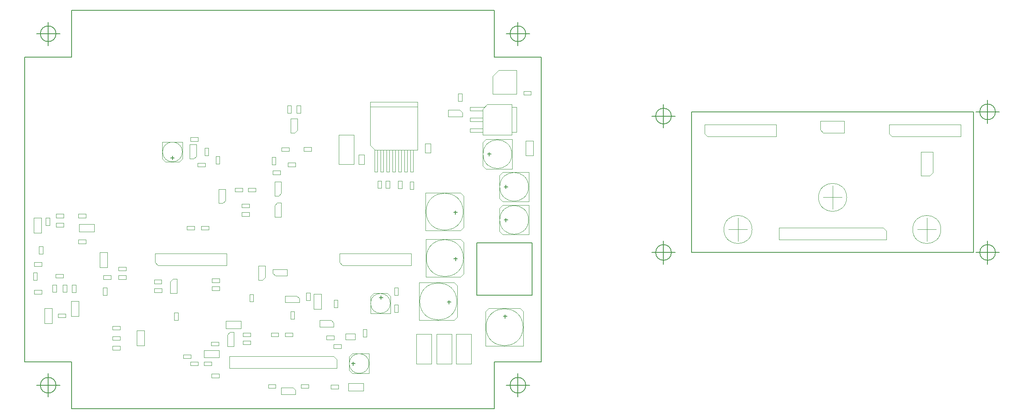
<source format=gbr>
G04 #@! TF.GenerationSoftware,KiCad,Pcbnew,(5.1.4)-1*
G04 #@! TF.CreationDate,2019-12-04T23:12:45+01:00*
G04 #@! TF.ProjectId,instru_bab_v2,696e7374-7275-45f6-9261-625f76322e6b,rev?*
G04 #@! TF.SameCoordinates,Original*
G04 #@! TF.FileFunction,Other,Fab,Top*
%FSLAX46Y46*%
G04 Gerber Fmt 4.6, Leading zero omitted, Abs format (unit mm)*
G04 Created by KiCad (PCBNEW (5.1.4)-1) date 2019-12-04 23:12:45*
%MOMM*%
%LPD*%
G04 APERTURE LIST*
%ADD10C,0.200000*%
%ADD11C,0.150000*%
%ADD12C,0.100000*%
G04 APERTURE END LIST*
D10*
X239666666Y-50000000D02*
G75*
G03X239666666Y-50000000I-1666666J0D01*
G01*
X235500000Y-50000000D02*
X240500000Y-50000000D01*
X238000000Y-47500000D02*
X238000000Y-52500000D01*
X170666666Y-50900000D02*
G75*
G03X170666666Y-50900000I-1666666J0D01*
G01*
X166500000Y-50900000D02*
X171500000Y-50900000D01*
X169000000Y-48400000D02*
X169000000Y-53400000D01*
X170666666Y-80000000D02*
G75*
G03X170666666Y-80000000I-1666666J0D01*
G01*
X166500000Y-80000000D02*
X171500000Y-80000000D01*
X169000000Y-77500000D02*
X169000000Y-82500000D01*
X239666666Y-80000000D02*
G75*
G03X239666666Y-80000000I-1666666J0D01*
G01*
X235500000Y-80000000D02*
X240500000Y-80000000D01*
X238000000Y-77500000D02*
X238000000Y-82500000D01*
X139667825Y-108334814D02*
G75*
G03X139667825Y-108334814I-1666666J0D01*
G01*
X135501159Y-108334814D02*
X140501159Y-108334814D01*
X138001159Y-105834814D02*
X138001159Y-110834814D01*
X139667825Y-33334814D02*
G75*
G03X139667825Y-33334814I-1666666J0D01*
G01*
X135501159Y-33334814D02*
X140501159Y-33334814D01*
X138001159Y-30834814D02*
X138001159Y-35834814D01*
X39667825Y-108334814D02*
G75*
G03X39667825Y-108334814I-1666666J0D01*
G01*
X35501159Y-108334814D02*
X40501159Y-108334814D01*
X38001159Y-105834814D02*
X38001159Y-110834814D01*
X39667825Y-33334814D02*
G75*
G03X39667825Y-33334814I-1666666J0D01*
G01*
X35501159Y-33334814D02*
X40501159Y-33334814D01*
X38001159Y-30834814D02*
X38001159Y-35834814D01*
X235000000Y-50000000D02*
X175000000Y-50000000D01*
X235000000Y-80000000D02*
X235000000Y-50000000D01*
X175000000Y-80000000D02*
X235000000Y-80000000D01*
X175000000Y-50000000D02*
X175000000Y-80000000D01*
D11*
X43001159Y-103334814D02*
X33001159Y-103334814D01*
X43001159Y-113334814D02*
X43001159Y-103334814D01*
X133001159Y-113334814D02*
X43001159Y-113334814D01*
X133001159Y-103334814D02*
X133001159Y-113334814D01*
X143001159Y-103334814D02*
X133001159Y-103334814D01*
X143001159Y-38334814D02*
X143001159Y-103334814D01*
X133001159Y-38334814D02*
X143001159Y-38334814D01*
X133001159Y-28334814D02*
X133001159Y-38334814D01*
X43001159Y-28334814D02*
X133001159Y-28334814D01*
X43001159Y-38334814D02*
X43001159Y-28334814D01*
X33001159Y-38334814D02*
X43001159Y-38334814D01*
X33001159Y-103334814D02*
X33001159Y-38334814D01*
D12*
X69150000Y-75150000D02*
X67550000Y-75150000D01*
X67550000Y-75150000D02*
X67550000Y-74350000D01*
X67550000Y-74350000D02*
X69150000Y-74350000D01*
X69150000Y-74350000D02*
X69150000Y-75150000D01*
X72200000Y-74350000D02*
X72200000Y-75150000D01*
X70600000Y-74350000D02*
X72200000Y-74350000D01*
X70600000Y-75150000D02*
X70600000Y-74350000D01*
X72200000Y-75150000D02*
X70600000Y-75150000D01*
D11*
X129250000Y-89090000D02*
X141050000Y-89090000D01*
X141050000Y-89090000D02*
X141050000Y-77910000D01*
X141050000Y-77910000D02*
X129250000Y-77910000D01*
X129250000Y-77910000D02*
X129250000Y-89090000D01*
D12*
X91050000Y-53900000D02*
X91050000Y-51450000D01*
X90500000Y-54470000D02*
X89650000Y-54470000D01*
X91050000Y-53900000D02*
X90500000Y-54470000D01*
X89650000Y-54470000D02*
X89650000Y-51430000D01*
X91050000Y-51430000D02*
X89650000Y-51430000D01*
X141300000Y-59350000D02*
X139700000Y-59350000D01*
X141300000Y-56150000D02*
X141300000Y-59350000D01*
X139700000Y-56150000D02*
X141300000Y-56150000D01*
X139700000Y-59350000D02*
X139700000Y-56150000D01*
X136700000Y-48950000D02*
X137700000Y-48950000D01*
X137700000Y-48950000D02*
X137700000Y-54350000D01*
X137700000Y-54350000D02*
X136700000Y-54350000D01*
X136700000Y-48400000D02*
X136700000Y-54900000D01*
X136700000Y-54900000D02*
X130480000Y-54900000D01*
X130480000Y-54900000D02*
X130480000Y-49400000D01*
X130480000Y-49400000D02*
X131480000Y-48400000D01*
X131480000Y-48400000D02*
X136700000Y-48400000D01*
X130885000Y-48995000D02*
X127780000Y-48995000D01*
X127780000Y-48995000D02*
X127780000Y-49745000D01*
X127780000Y-49745000D02*
X130480000Y-49745000D01*
X130480000Y-51275000D02*
X127780000Y-51275000D01*
X127780000Y-51275000D02*
X127780000Y-52025000D01*
X127780000Y-52025000D02*
X130480000Y-52025000D01*
X130480000Y-53555000D02*
X127780000Y-53555000D01*
X127780000Y-53555000D02*
X127780000Y-54305000D01*
X127780000Y-54305000D02*
X130480000Y-54305000D01*
X90934066Y-89264146D02*
X88484066Y-89264146D01*
X91504066Y-89814146D02*
X91504066Y-90664146D01*
X90934066Y-89264146D02*
X91504066Y-89814146D01*
X91504066Y-90664146D02*
X88464066Y-90664146D01*
X88464066Y-89264146D02*
X88464066Y-90664146D01*
X86400000Y-85000000D02*
X88850000Y-85000000D01*
X85830000Y-84450000D02*
X85830000Y-83600000D01*
X86400000Y-85000000D02*
X85830000Y-84450000D01*
X85830000Y-83600000D02*
X88870000Y-83600000D01*
X88870000Y-85000000D02*
X88870000Y-83600000D01*
X84200000Y-85300000D02*
X84200000Y-82850000D01*
X83650000Y-85870000D02*
X82800000Y-85870000D01*
X84200000Y-85300000D02*
X83650000Y-85870000D01*
X82800000Y-85870000D02*
X82800000Y-82830000D01*
X84200000Y-82830000D02*
X82800000Y-82830000D01*
X99414066Y-102829146D02*
X99414066Y-104734146D01*
X99414066Y-104734146D02*
X76554066Y-104734146D01*
X76554066Y-104734146D02*
X76554066Y-102194146D01*
X76554066Y-102194146D02*
X98779066Y-102194146D01*
X98779066Y-102194146D02*
X99414066Y-102829146D01*
X216430000Y-75365000D02*
X216430000Y-77270000D01*
X216430000Y-77270000D02*
X193570000Y-77270000D01*
X193570000Y-77270000D02*
X193570000Y-74730000D01*
X193570000Y-74730000D02*
X215795000Y-74730000D01*
X215795000Y-74730000D02*
X216430000Y-75365000D01*
X125600000Y-49600000D02*
X123150000Y-49600000D01*
X126170000Y-50150000D02*
X126170000Y-51000000D01*
X125600000Y-49600000D02*
X126170000Y-50150000D01*
X126170000Y-51000000D02*
X123130000Y-51000000D01*
X123130000Y-49600000D02*
X123130000Y-51000000D01*
X109900000Y-64700000D02*
X110700000Y-64700000D01*
X109900000Y-66300000D02*
X109900000Y-64700000D01*
X110700000Y-66300000D02*
X109900000Y-66300000D01*
X110700000Y-64700000D02*
X110700000Y-66300000D01*
X108150000Y-64700000D02*
X108950000Y-64700000D01*
X108150000Y-66300000D02*
X108150000Y-64700000D01*
X108950000Y-66300000D02*
X108150000Y-66300000D01*
X108950000Y-64700000D02*
X108950000Y-66300000D01*
X126100000Y-47750000D02*
X125300000Y-47750000D01*
X126100000Y-46150000D02*
X126100000Y-47750000D01*
X125300000Y-46150000D02*
X126100000Y-46150000D01*
X125300000Y-47750000D02*
X125300000Y-46150000D01*
X88434066Y-97964146D02*
X88434066Y-97164146D01*
X90034066Y-97964146D02*
X88434066Y-97964146D01*
X90034066Y-97164146D02*
X90034066Y-97964146D01*
X88434066Y-97164146D02*
X90034066Y-97164146D01*
X90400000Y-94200000D02*
X89600000Y-94200000D01*
X90400000Y-92600000D02*
X90400000Y-94200000D01*
X89600000Y-92600000D02*
X90400000Y-92600000D01*
X89600000Y-94200000D02*
X89600000Y-92600000D01*
X93750000Y-90250000D02*
X92950000Y-90250000D01*
X93750000Y-88650000D02*
X93750000Y-90250000D01*
X92950000Y-88650000D02*
X93750000Y-88650000D01*
X92950000Y-90250000D02*
X92950000Y-88650000D01*
X72750000Y-106700000D02*
X72750000Y-105900000D01*
X74350000Y-106700000D02*
X72750000Y-106700000D01*
X74350000Y-105900000D02*
X74350000Y-106700000D01*
X72750000Y-105900000D02*
X74350000Y-105900000D01*
X81050000Y-98850000D02*
X81050000Y-99650000D01*
X79450000Y-98850000D02*
X81050000Y-98850000D01*
X79450000Y-99650000D02*
X79450000Y-98850000D01*
X81050000Y-99650000D02*
X79450000Y-99650000D01*
X187850000Y-75100000D02*
G75*
G03X187850000Y-75100000I-3000000J0D01*
G01*
X186850000Y-75100000D02*
X182850000Y-75100000D01*
X184850000Y-77600000D02*
X184850000Y-72600000D01*
X126395884Y-81200000D02*
G75*
G03X126395884Y-81200000I-3945884J0D01*
G01*
X118410000Y-77160000D02*
X118410000Y-85240000D01*
X125820000Y-77160000D02*
X118410000Y-77160000D01*
X126490000Y-77830000D02*
X125820000Y-77160000D01*
X126490000Y-84570000D02*
X126490000Y-77830000D01*
X125820000Y-85240000D02*
X126490000Y-84570000D01*
X118410000Y-85240000D02*
X125820000Y-85240000D01*
X124995884Y-90450000D02*
G75*
G03X124995884Y-90450000I-3945884J0D01*
G01*
X117010000Y-86410000D02*
X117010000Y-94490000D01*
X124420000Y-86410000D02*
X117010000Y-86410000D01*
X125090000Y-87080000D02*
X124420000Y-86410000D01*
X125090000Y-93820000D02*
X125090000Y-87080000D01*
X124420000Y-94490000D02*
X125090000Y-93820000D01*
X117010000Y-94490000D02*
X124420000Y-94490000D01*
X139095884Y-95950000D02*
G75*
G03X139095884Y-95950000I-3945884J0D01*
G01*
X131110000Y-99990000D02*
X139190000Y-99990000D01*
X131110000Y-92580000D02*
X131110000Y-99990000D01*
X131780000Y-91910000D02*
X131110000Y-92580000D01*
X138520000Y-91910000D02*
X131780000Y-91910000D01*
X139190000Y-92580000D02*
X138520000Y-91910000D01*
X139190000Y-99990000D02*
X139190000Y-92580000D01*
X105320000Y-61150000D02*
X104080000Y-61150000D01*
X105320000Y-59150000D02*
X105320000Y-61150000D01*
X104080000Y-59150000D02*
X105320000Y-59150000D01*
X104080000Y-61150000D02*
X104080000Y-59150000D01*
X140259412Y-66000000D02*
G75*
G03X140259412Y-66000000I-3059412J0D01*
G01*
X140350000Y-69150000D02*
X140350000Y-62850000D01*
X134720000Y-69150000D02*
X140350000Y-69150000D01*
X134050000Y-68480000D02*
X134720000Y-69150000D01*
X134050000Y-63520000D02*
X134050000Y-68480000D01*
X134720000Y-62850000D02*
X134050000Y-63520000D01*
X140350000Y-62850000D02*
X134720000Y-62850000D01*
X136699581Y-59028119D02*
G75*
G03X136699581Y-59028119I-3059412J0D01*
G01*
X136790169Y-62178119D02*
X136790169Y-55878119D01*
X131160169Y-62178119D02*
X136790169Y-62178119D01*
X130490169Y-61508119D02*
X131160169Y-62178119D01*
X130490169Y-56548119D02*
X130490169Y-61508119D01*
X131160169Y-55878119D02*
X130490169Y-56548119D01*
X136790169Y-55878119D02*
X131160169Y-55878119D01*
X139200000Y-45600000D02*
X140800000Y-45600000D01*
X140800000Y-45600000D02*
X140800000Y-46400000D01*
X140800000Y-46400000D02*
X139200000Y-46400000D01*
X139200000Y-46400000D02*
X139200000Y-45600000D01*
X126345884Y-71300000D02*
G75*
G03X126345884Y-71300000I-3945884J0D01*
G01*
X118360000Y-67260000D02*
X118360000Y-75340000D01*
X125770000Y-67260000D02*
X118360000Y-67260000D01*
X126440000Y-67930000D02*
X125770000Y-67260000D01*
X126440000Y-74670000D02*
X126440000Y-67930000D01*
X125770000Y-75340000D02*
X126440000Y-74670000D01*
X118360000Y-75340000D02*
X125770000Y-75340000D01*
X140259412Y-73050000D02*
G75*
G03X140259412Y-73050000I-3059412J0D01*
G01*
X140350000Y-76200000D02*
X140350000Y-69900000D01*
X134720000Y-76200000D02*
X140350000Y-76200000D01*
X134050000Y-75530000D02*
X134720000Y-76200000D01*
X134050000Y-70570000D02*
X134050000Y-75530000D01*
X134720000Y-69900000D02*
X134050000Y-70570000D01*
X140350000Y-69900000D02*
X134720000Y-69900000D01*
X133900000Y-41080000D02*
X137710000Y-41080000D01*
X137710000Y-41080000D02*
X137710000Y-46160000D01*
X137710000Y-46160000D02*
X132630000Y-46160000D01*
X132630000Y-46160000D02*
X132630000Y-42350000D01*
X132630000Y-42350000D02*
X133900000Y-41080000D01*
X106600000Y-48875000D02*
X106600000Y-47875000D01*
X106600000Y-47875000D02*
X116600000Y-47875000D01*
X116600000Y-47875000D02*
X116600000Y-48875000D01*
X106600000Y-48875000D02*
X116600000Y-48875000D01*
X116600000Y-48875000D02*
X116600000Y-58125000D01*
X116600000Y-58125000D02*
X107600000Y-58125000D01*
X107600000Y-58125000D02*
X106600000Y-57125000D01*
X106600000Y-57125000D02*
X106600000Y-48875000D01*
X107490000Y-58015000D02*
X107490000Y-62825000D01*
X107490000Y-62825000D02*
X108090000Y-62825000D01*
X108090000Y-62825000D02*
X108090000Y-58125000D01*
X108760000Y-58125000D02*
X108760000Y-62825000D01*
X108760000Y-62825000D02*
X109360000Y-62825000D01*
X109360000Y-62825000D02*
X109360000Y-58125000D01*
X110030000Y-58125000D02*
X110030000Y-62825000D01*
X110030000Y-62825000D02*
X110630000Y-62825000D01*
X110630000Y-62825000D02*
X110630000Y-58125000D01*
X111300000Y-58125000D02*
X111300000Y-62825000D01*
X111300000Y-62825000D02*
X111900000Y-62825000D01*
X111900000Y-62825000D02*
X111900000Y-58125000D01*
X112570000Y-58125000D02*
X112570000Y-62825000D01*
X112570000Y-62825000D02*
X113170000Y-62825000D01*
X113170000Y-62825000D02*
X113170000Y-58125000D01*
X113840000Y-58125000D02*
X113840000Y-62825000D01*
X113840000Y-62825000D02*
X114440000Y-62825000D01*
X114440000Y-62825000D02*
X114440000Y-58125000D01*
X115110000Y-58125000D02*
X115110000Y-62825000D01*
X115110000Y-62825000D02*
X115710000Y-62825000D01*
X115710000Y-62825000D02*
X115710000Y-58125000D01*
X100014066Y-82099146D02*
X100014066Y-80194146D01*
X100014066Y-80194146D02*
X115254066Y-80194146D01*
X115254066Y-80194146D02*
X115254066Y-82734146D01*
X115254066Y-82734146D02*
X100649066Y-82734146D01*
X100649066Y-82734146D02*
X100014066Y-82099146D01*
X60714066Y-82099146D02*
X60714066Y-80194146D01*
X60714066Y-80194146D02*
X75954066Y-80194146D01*
X75954066Y-80194146D02*
X75954066Y-82734146D01*
X75954066Y-82734146D02*
X61349066Y-82734146D01*
X61349066Y-82734146D02*
X60714066Y-82099146D01*
X228050000Y-75100000D02*
G75*
G03X228050000Y-75100000I-3000000J0D01*
G01*
X227050000Y-75100000D02*
X223050000Y-75100000D01*
X225050000Y-77600000D02*
X225050000Y-72600000D01*
X208000000Y-68250000D02*
G75*
G03X208000000Y-68250000I-3000000J0D01*
G01*
X207000000Y-68250000D02*
X203000000Y-68250000D01*
X205000000Y-70750000D02*
X205000000Y-65750000D01*
X177730000Y-54635000D02*
X177730000Y-52730000D01*
X177730000Y-52730000D02*
X192970000Y-52730000D01*
X192970000Y-52730000D02*
X192970000Y-55270000D01*
X192970000Y-55270000D02*
X178365000Y-55270000D01*
X178365000Y-55270000D02*
X177730000Y-54635000D01*
X217030000Y-54635000D02*
X217030000Y-52730000D01*
X217030000Y-52730000D02*
X232270000Y-52730000D01*
X232270000Y-52730000D02*
X232270000Y-55270000D01*
X232270000Y-55270000D02*
X217665000Y-55270000D01*
X217665000Y-55270000D02*
X217030000Y-54635000D01*
X225685000Y-63610000D02*
X223780000Y-63610000D01*
X223780000Y-63610000D02*
X223780000Y-58530000D01*
X223780000Y-58530000D02*
X226320000Y-58530000D01*
X226320000Y-58530000D02*
X226320000Y-62975000D01*
X226320000Y-62975000D02*
X225685000Y-63610000D01*
X64834066Y-94464146D02*
X64834066Y-92864146D01*
X64834066Y-92864146D02*
X65634066Y-92864146D01*
X65634066Y-92864146D02*
X65634066Y-94464146D01*
X65634066Y-94464146D02*
X64834066Y-94464146D01*
X90900000Y-48650000D02*
X91700000Y-48650000D01*
X90900000Y-50250000D02*
X90900000Y-48650000D01*
X91700000Y-50250000D02*
X90900000Y-50250000D01*
X91700000Y-48650000D02*
X91700000Y-50250000D01*
X88950000Y-48650000D02*
X89750000Y-48650000D01*
X88950000Y-50250000D02*
X88950000Y-48650000D01*
X89750000Y-50250000D02*
X88950000Y-50250000D01*
X89750000Y-48650000D02*
X89750000Y-50250000D01*
X39690544Y-73731913D02*
X41290544Y-73731913D01*
X41290544Y-73731913D02*
X41290544Y-74531913D01*
X41290544Y-74531913D02*
X39690544Y-74531913D01*
X39690544Y-74531913D02*
X39690544Y-73731913D01*
X73700000Y-61100000D02*
X73700000Y-59500000D01*
X73700000Y-59500000D02*
X74500000Y-59500000D01*
X74500000Y-59500000D02*
X74500000Y-61100000D01*
X74500000Y-61100000D02*
X73700000Y-61100000D01*
X89250000Y-57600000D02*
X89250000Y-58400000D01*
X87650000Y-57600000D02*
X89250000Y-57600000D01*
X87650000Y-58400000D02*
X87650000Y-57600000D01*
X89250000Y-58400000D02*
X87650000Y-58400000D01*
X90600000Y-60850000D02*
X90600000Y-61650000D01*
X89000000Y-60850000D02*
X90600000Y-60850000D01*
X89000000Y-61650000D02*
X89000000Y-60850000D01*
X90600000Y-61650000D02*
X89000000Y-61650000D01*
X94050000Y-57550000D02*
X94050000Y-58350000D01*
X92450000Y-57550000D02*
X94050000Y-57550000D01*
X92450000Y-58350000D02*
X92450000Y-57550000D01*
X94050000Y-58350000D02*
X92450000Y-58350000D01*
X112500000Y-64750000D02*
X113300000Y-64750000D01*
X112500000Y-66350000D02*
X112500000Y-64750000D01*
X113300000Y-66350000D02*
X112500000Y-66350000D01*
X113300000Y-64750000D02*
X113300000Y-66350000D01*
X85850000Y-63350000D02*
X85850000Y-62550000D01*
X87450000Y-63350000D02*
X85850000Y-63350000D01*
X87450000Y-62550000D02*
X87450000Y-63350000D01*
X85850000Y-62550000D02*
X87450000Y-62550000D01*
X79250000Y-72250000D02*
X79250000Y-71450000D01*
X80850000Y-72250000D02*
X79250000Y-72250000D01*
X80850000Y-71450000D02*
X80850000Y-72250000D01*
X79250000Y-71450000D02*
X80850000Y-71450000D01*
X80550000Y-67050000D02*
X80550000Y-66250000D01*
X82150000Y-67050000D02*
X80550000Y-67050000D01*
X82150000Y-66250000D02*
X82150000Y-67050000D01*
X80550000Y-66250000D02*
X82150000Y-66250000D01*
X79350000Y-66250000D02*
X79350000Y-67050000D01*
X77750000Y-66250000D02*
X79350000Y-66250000D01*
X77750000Y-67050000D02*
X77750000Y-66250000D01*
X79350000Y-67050000D02*
X77750000Y-67050000D01*
X71400000Y-60900000D02*
X71400000Y-61700000D01*
X69800000Y-60900000D02*
X71400000Y-60900000D01*
X69800000Y-61700000D02*
X69800000Y-60900000D01*
X71400000Y-61700000D02*
X69800000Y-61700000D01*
X69900000Y-55450000D02*
X69900000Y-56250000D01*
X68300000Y-55450000D02*
X69900000Y-55450000D01*
X68300000Y-56250000D02*
X68300000Y-55450000D01*
X69900000Y-56250000D02*
X68300000Y-56250000D01*
X72100000Y-59350000D02*
X71300000Y-59350000D01*
X72100000Y-57750000D02*
X72100000Y-59350000D01*
X71300000Y-57750000D02*
X72100000Y-57750000D01*
X71300000Y-59350000D02*
X71300000Y-57750000D01*
X91850000Y-108950000D02*
X91850000Y-108150000D01*
X93450000Y-108950000D02*
X91850000Y-108950000D01*
X93450000Y-108150000D02*
X93450000Y-108950000D01*
X91850000Y-108150000D02*
X93450000Y-108150000D01*
X86450000Y-108150000D02*
X86450000Y-108950000D01*
X84850000Y-108150000D02*
X86450000Y-108150000D01*
X84850000Y-108950000D02*
X84850000Y-108150000D01*
X86450000Y-108950000D02*
X84850000Y-108950000D01*
X62150000Y-85850000D02*
X62150000Y-86650000D01*
X60550000Y-85850000D02*
X62150000Y-85850000D01*
X60550000Y-86650000D02*
X60550000Y-85850000D01*
X62150000Y-86650000D02*
X60550000Y-86650000D01*
X62156108Y-87704698D02*
X62156108Y-88504698D01*
X60556108Y-87704698D02*
X62156108Y-87704698D01*
X60556108Y-88504698D02*
X60556108Y-87704698D01*
X62156108Y-88504698D02*
X60556108Y-88504698D01*
X72850000Y-86400000D02*
X72850000Y-85600000D01*
X74450000Y-86400000D02*
X72850000Y-86400000D01*
X74450000Y-85600000D02*
X74450000Y-86400000D01*
X72850000Y-85600000D02*
X74450000Y-85600000D01*
X72850000Y-88100000D02*
X72850000Y-87300000D01*
X74450000Y-88100000D02*
X72850000Y-88100000D01*
X74450000Y-87300000D02*
X74450000Y-88100000D01*
X72850000Y-87300000D02*
X74450000Y-87300000D01*
X100384066Y-99664146D02*
X100384066Y-100464146D01*
X98784066Y-99664146D02*
X100384066Y-99664146D01*
X98784066Y-100464146D02*
X98784066Y-99664146D01*
X100384066Y-100464146D02*
X98784066Y-100464146D01*
X98884066Y-97764146D02*
X98884066Y-98564146D01*
X97284066Y-97764146D02*
X98884066Y-97764146D01*
X97284066Y-98564146D02*
X97284066Y-97764146D01*
X98884066Y-98564146D02*
X97284066Y-98564146D01*
X105800000Y-98000000D02*
X105000000Y-98000000D01*
X105800000Y-96400000D02*
X105800000Y-98000000D01*
X105000000Y-96400000D02*
X105800000Y-96400000D01*
X105000000Y-98000000D02*
X105000000Y-96400000D01*
X111700000Y-91150000D02*
X112500000Y-91150000D01*
X111700000Y-92750000D02*
X111700000Y-91150000D01*
X112500000Y-92750000D02*
X111700000Y-92750000D01*
X112500000Y-91150000D02*
X112500000Y-92750000D01*
X111700000Y-87550000D02*
X112500000Y-87550000D01*
X111700000Y-89150000D02*
X111700000Y-87550000D01*
X112500000Y-89150000D02*
X111700000Y-89150000D01*
X112500000Y-87550000D02*
X112500000Y-89150000D01*
X46000000Y-71800000D02*
X46000000Y-72600000D01*
X44400000Y-71800000D02*
X46000000Y-71800000D01*
X44400000Y-72600000D02*
X44400000Y-71800000D01*
X46000000Y-72600000D02*
X44400000Y-72600000D01*
X71200000Y-104150000D02*
X71200000Y-103350000D01*
X72800000Y-104150000D02*
X71200000Y-104150000D01*
X72800000Y-103350000D02*
X72800000Y-104150000D01*
X71200000Y-103350000D02*
X72800000Y-103350000D01*
X35650000Y-85881913D02*
X34850000Y-85881913D01*
X35650000Y-84281913D02*
X35650000Y-85881913D01*
X34850000Y-84281913D02*
X35650000Y-84281913D01*
X34850000Y-85881913D02*
X34850000Y-84281913D01*
X74300000Y-99100000D02*
X74300000Y-99900000D01*
X72700000Y-99100000D02*
X74300000Y-99100000D01*
X72700000Y-99900000D02*
X72700000Y-99100000D01*
X74300000Y-99900000D02*
X72700000Y-99900000D01*
X34990544Y-82931913D02*
X34990544Y-82131913D01*
X36590544Y-82931913D02*
X34990544Y-82931913D01*
X36590544Y-82131913D02*
X36590544Y-82931913D01*
X34990544Y-82131913D02*
X36590544Y-82131913D01*
X41940544Y-88481913D02*
X41140544Y-88481913D01*
X41940544Y-86881913D02*
X41940544Y-88481913D01*
X41140544Y-86881913D02*
X41940544Y-86881913D01*
X41140544Y-88481913D02*
X41140544Y-86881913D01*
X46000000Y-77300000D02*
X46000000Y-78100000D01*
X44400000Y-77300000D02*
X46000000Y-77300000D01*
X44400000Y-78100000D02*
X44400000Y-77300000D01*
X46000000Y-78100000D02*
X44400000Y-78100000D01*
X79434066Y-97964146D02*
X79434066Y-97164146D01*
X81034066Y-97964146D02*
X79434066Y-97964146D01*
X81034066Y-97164146D02*
X81034066Y-97964146D01*
X79434066Y-97164146D02*
X81034066Y-97164146D01*
X41190544Y-84631913D02*
X41190544Y-85431913D01*
X39590544Y-84631913D02*
X41190544Y-84631913D01*
X39590544Y-85431913D02*
X39590544Y-84631913D01*
X41190544Y-85431913D02*
X39590544Y-85431913D01*
X38940544Y-86881913D02*
X39740544Y-86881913D01*
X38940544Y-88481913D02*
X38940544Y-86881913D01*
X39740544Y-88481913D02*
X38940544Y-88481913D01*
X39740544Y-86881913D02*
X39740544Y-88481913D01*
X43100000Y-86900000D02*
X43900000Y-86900000D01*
X43100000Y-88500000D02*
X43100000Y-86900000D01*
X43900000Y-88500000D02*
X43100000Y-88500000D01*
X43900000Y-86900000D02*
X43900000Y-88500000D01*
X34990544Y-88831913D02*
X34990544Y-88031913D01*
X36590544Y-88831913D02*
X34990544Y-88831913D01*
X36590544Y-88031913D02*
X36590544Y-88831913D01*
X34990544Y-88031913D02*
X36590544Y-88031913D01*
X41700000Y-93100000D02*
X41700000Y-93900000D01*
X40100000Y-93100000D02*
X41700000Y-93100000D01*
X40100000Y-93900000D02*
X40100000Y-93100000D01*
X41700000Y-93900000D02*
X40100000Y-93900000D01*
X68400000Y-101800000D02*
X68400000Y-102600000D01*
X66800000Y-101800000D02*
X68400000Y-101800000D01*
X66800000Y-102600000D02*
X66800000Y-101800000D01*
X68400000Y-102600000D02*
X66800000Y-102600000D01*
X68300000Y-104150000D02*
X68300000Y-103350000D01*
X69900000Y-104150000D02*
X68300000Y-104150000D01*
X69900000Y-103350000D02*
X69900000Y-104150000D01*
X68300000Y-103350000D02*
X69900000Y-103350000D01*
X76150000Y-97600000D02*
X76150000Y-100050000D01*
X76700000Y-97030000D02*
X77550000Y-97030000D01*
X76150000Y-97600000D02*
X76700000Y-97030000D01*
X77550000Y-97030000D02*
X77550000Y-100070000D01*
X76150000Y-100070000D02*
X77550000Y-100070000D01*
X69550000Y-59450000D02*
X69550000Y-57000000D01*
X69000000Y-60020000D02*
X68150000Y-60020000D01*
X69550000Y-59450000D02*
X69000000Y-60020000D01*
X68150000Y-60020000D02*
X68150000Y-56980000D01*
X69550000Y-56980000D02*
X68150000Y-56980000D01*
X87600000Y-67400000D02*
X87600000Y-64950000D01*
X87050000Y-67970000D02*
X86200000Y-67970000D01*
X87600000Y-67400000D02*
X87050000Y-67970000D01*
X86200000Y-67970000D02*
X86200000Y-64930000D01*
X87600000Y-64930000D02*
X86200000Y-64930000D01*
X86200000Y-70000000D02*
X86200000Y-72450000D01*
X86750000Y-69430000D02*
X87600000Y-69430000D01*
X86200000Y-70000000D02*
X86750000Y-69430000D01*
X87600000Y-69430000D02*
X87600000Y-72470000D01*
X86200000Y-72470000D02*
X87600000Y-72470000D01*
X75700000Y-68950000D02*
X75700000Y-66500000D01*
X75150000Y-69520000D02*
X74300000Y-69520000D01*
X75700000Y-68950000D02*
X75150000Y-69520000D01*
X74300000Y-69520000D02*
X74300000Y-66480000D01*
X75700000Y-66480000D02*
X74300000Y-66480000D01*
X90100000Y-108850000D02*
X87650000Y-108850000D01*
X90670000Y-109400000D02*
X90670000Y-110250000D01*
X90100000Y-108850000D02*
X90670000Y-109400000D01*
X90670000Y-110250000D02*
X87630000Y-110250000D01*
X87630000Y-108850000D02*
X87630000Y-110250000D01*
X64006108Y-86204698D02*
X64006108Y-88654698D01*
X64556108Y-85634698D02*
X65406108Y-85634698D01*
X64006108Y-86204698D02*
X64556108Y-85634698D01*
X65406108Y-85634698D02*
X65406108Y-88674698D01*
X64006108Y-88674698D02*
X65406108Y-88674698D01*
X98234066Y-94464146D02*
X95784066Y-94464146D01*
X98804066Y-95014146D02*
X98804066Y-95864146D01*
X98234066Y-94464146D02*
X98804066Y-95014146D01*
X98804066Y-95864146D02*
X95764066Y-95864146D01*
X95764066Y-94464146D02*
X95764066Y-95864146D01*
X202390000Y-53835000D02*
X202390000Y-51930000D01*
X202390000Y-51930000D02*
X207470000Y-51930000D01*
X207470000Y-51930000D02*
X207470000Y-54470000D01*
X207470000Y-54470000D02*
X203025000Y-54470000D01*
X203025000Y-54470000D02*
X202390000Y-53835000D01*
X115000000Y-66500000D02*
X115000000Y-64900000D01*
X115000000Y-64900000D02*
X115800000Y-64900000D01*
X115800000Y-64900000D02*
X115800000Y-66500000D01*
X115800000Y-66500000D02*
X115000000Y-66500000D01*
X85650000Y-61300000D02*
X85650000Y-59700000D01*
X85650000Y-59700000D02*
X86450000Y-59700000D01*
X86450000Y-59700000D02*
X86450000Y-61300000D01*
X86450000Y-61300000D02*
X85650000Y-61300000D01*
X79250000Y-69650000D02*
X80850000Y-69650000D01*
X80850000Y-69650000D02*
X80850000Y-70450000D01*
X80850000Y-70450000D02*
X79250000Y-70450000D01*
X79250000Y-70450000D02*
X79250000Y-69650000D01*
X66552380Y-58550000D02*
G75*
G03X66552380Y-58550000I-2102380J0D01*
G01*
X66570000Y-56420000D02*
X62300000Y-56420000D01*
X66570000Y-60010000D02*
X66570000Y-56420000D01*
X65900000Y-60680000D02*
X66570000Y-60010000D01*
X62980000Y-60680000D02*
X65900000Y-60680000D01*
X62300000Y-60010000D02*
X62980000Y-60680000D01*
X62300000Y-56420000D02*
X62300000Y-60010000D01*
X80907680Y-90514146D02*
X80907680Y-88914146D01*
X80907680Y-88914146D02*
X81707680Y-88914146D01*
X81707680Y-88914146D02*
X81707680Y-90514146D01*
X81707680Y-90514146D02*
X80907680Y-90514146D01*
X85434066Y-97164146D02*
X87034066Y-97164146D01*
X87034066Y-97164146D02*
X87034066Y-97964146D01*
X87034066Y-97964146D02*
X85434066Y-97964146D01*
X85434066Y-97964146D02*
X85434066Y-97164146D01*
X103334066Y-97344146D02*
X103334066Y-98584146D01*
X101334066Y-97344146D02*
X103334066Y-97344146D01*
X101334066Y-98584146D02*
X101334066Y-97344146D01*
X103334066Y-98584146D02*
X101334066Y-98584146D01*
X98834066Y-91714146D02*
X98834066Y-90114146D01*
X98834066Y-90114146D02*
X99634066Y-90114146D01*
X99634066Y-90114146D02*
X99634066Y-91714146D01*
X99634066Y-91714146D02*
X98834066Y-91714146D01*
X96150000Y-92050000D02*
X94550000Y-92050000D01*
X96150000Y-88850000D02*
X96150000Y-92050000D01*
X94550000Y-88850000D02*
X96150000Y-88850000D01*
X94550000Y-92050000D02*
X94550000Y-88850000D01*
X110836446Y-90864146D02*
G75*
G03X110836446Y-90864146I-2102380J0D01*
G01*
X106614066Y-92994146D02*
X110884066Y-92994146D01*
X106614066Y-89404146D02*
X106614066Y-92994146D01*
X107284066Y-88734146D02*
X106614066Y-89404146D01*
X110204066Y-88734146D02*
X107284066Y-88734146D01*
X110884066Y-89404146D02*
X110204066Y-88734146D01*
X110884066Y-92994146D02*
X110884066Y-89404146D01*
X36500000Y-75800000D02*
X34900000Y-75800000D01*
X36500000Y-72600000D02*
X36500000Y-75800000D01*
X34900000Y-72600000D02*
X36500000Y-72600000D01*
X34900000Y-75800000D02*
X34900000Y-72600000D01*
X71150000Y-102450000D02*
X71150000Y-100850000D01*
X74350000Y-102450000D02*
X71150000Y-102450000D01*
X74350000Y-100850000D02*
X74350000Y-102450000D01*
X71150000Y-100850000D02*
X74350000Y-100850000D01*
X36040544Y-80281913D02*
X36040544Y-78681913D01*
X36040544Y-78681913D02*
X36840544Y-78681913D01*
X36840544Y-78681913D02*
X36840544Y-80281913D01*
X36840544Y-80281913D02*
X36040544Y-80281913D01*
X44600000Y-75600000D02*
X44600000Y-74000000D01*
X47800000Y-75600000D02*
X44600000Y-75600000D01*
X47800000Y-74000000D02*
X47800000Y-75600000D01*
X44600000Y-74000000D02*
X47800000Y-74000000D01*
X37200000Y-91900000D02*
X38800000Y-91900000D01*
X37200000Y-95100000D02*
X37200000Y-91900000D01*
X38800000Y-95100000D02*
X37200000Y-95100000D01*
X38800000Y-91900000D02*
X38800000Y-95100000D01*
X42900000Y-90400000D02*
X44500000Y-90400000D01*
X42900000Y-93600000D02*
X42900000Y-90400000D01*
X44500000Y-93600000D02*
X42900000Y-93600000D01*
X44500000Y-90400000D02*
X44500000Y-93600000D01*
X103050000Y-61200000D02*
X99850000Y-61200000D01*
X103050000Y-54900000D02*
X103050000Y-61200000D01*
X99850000Y-54900000D02*
X103050000Y-54900000D01*
X99850000Y-61200000D02*
X99850000Y-54900000D01*
X75800000Y-96200000D02*
X75800000Y-94600000D01*
X79000000Y-96200000D02*
X75800000Y-96200000D01*
X79000000Y-94600000D02*
X79000000Y-96200000D01*
X75800000Y-94600000D02*
X79000000Y-94600000D01*
X116374914Y-97461407D02*
X119574914Y-97461407D01*
X116374914Y-103761407D02*
X116374914Y-97461407D01*
X119574914Y-103761407D02*
X116374914Y-103761407D01*
X119574914Y-97461407D02*
X119574914Y-103761407D01*
X124824914Y-97461407D02*
X128024914Y-97461407D01*
X124824914Y-103761407D02*
X124824914Y-97461407D01*
X128024914Y-103761407D02*
X124824914Y-103761407D01*
X128024914Y-97461407D02*
X128024914Y-103761407D01*
X120674914Y-97461407D02*
X123874914Y-97461407D01*
X120674914Y-103761407D02*
X120674914Y-97461407D01*
X123874914Y-103761407D02*
X120674914Y-103761407D01*
X123874914Y-97461407D02*
X123874914Y-103761407D01*
X119470000Y-56750000D02*
X119470000Y-58750000D01*
X119470000Y-58750000D02*
X118230000Y-58750000D01*
X118230000Y-58750000D02*
X118230000Y-56750000D01*
X118230000Y-56750000D02*
X119470000Y-56750000D01*
X51700000Y-95700000D02*
X53300000Y-95700000D01*
X53300000Y-95700000D02*
X53300000Y-96500000D01*
X53300000Y-96500000D02*
X51700000Y-96500000D01*
X51700000Y-96500000D02*
X51700000Y-95700000D01*
X50500000Y-89100000D02*
X49700000Y-89100000D01*
X50500000Y-87500000D02*
X50500000Y-89100000D01*
X49700000Y-87500000D02*
X50500000Y-87500000D01*
X49700000Y-89100000D02*
X49700000Y-87500000D01*
X56900000Y-96700000D02*
X58500000Y-96700000D01*
X56900000Y-99900000D02*
X56900000Y-96700000D01*
X58500000Y-99900000D02*
X56900000Y-99900000D01*
X58500000Y-96700000D02*
X58500000Y-99900000D01*
X105100000Y-109500000D02*
X101900000Y-109500000D01*
X101900000Y-109500000D02*
X101900000Y-107900000D01*
X101900000Y-107900000D02*
X105100000Y-107900000D01*
X105100000Y-107900000D02*
X105100000Y-109500000D01*
X53000000Y-84900000D02*
X54600000Y-84900000D01*
X54600000Y-84900000D02*
X54600000Y-85700000D01*
X54600000Y-85700000D02*
X53000000Y-85700000D01*
X53000000Y-85700000D02*
X53000000Y-84900000D01*
X50600000Y-80000000D02*
X50600000Y-83200000D01*
X50600000Y-83200000D02*
X49000000Y-83200000D01*
X49000000Y-83200000D02*
X49000000Y-80000000D01*
X49000000Y-80000000D02*
X50600000Y-80000000D01*
X106330000Y-101550000D02*
X102740000Y-101550000D01*
X102740000Y-101550000D02*
X102070000Y-102230000D01*
X102070000Y-102230000D02*
X102070000Y-105150000D01*
X102070000Y-105150000D02*
X102740000Y-105820000D01*
X102740000Y-105820000D02*
X106330000Y-105820000D01*
X106330000Y-105820000D02*
X106330000Y-101550000D01*
X106302380Y-103700000D02*
G75*
G03X106302380Y-103700000I-2102380J0D01*
G01*
X37500000Y-72600000D02*
X38300000Y-72600000D01*
X37500000Y-74200000D02*
X37500000Y-72600000D01*
X38300000Y-74200000D02*
X37500000Y-74200000D01*
X38300000Y-72600000D02*
X38300000Y-74200000D01*
X39700000Y-71800000D02*
X41300000Y-71800000D01*
X41300000Y-71800000D02*
X41300000Y-72600000D01*
X41300000Y-72600000D02*
X39700000Y-72600000D01*
X39700000Y-72600000D02*
X39700000Y-71800000D01*
X51700000Y-97900000D02*
X53300000Y-97900000D01*
X53300000Y-97900000D02*
X53300000Y-98700000D01*
X53300000Y-98700000D02*
X51700000Y-98700000D01*
X51700000Y-98700000D02*
X51700000Y-97900000D01*
X53300000Y-100000000D02*
X53300000Y-100800000D01*
X51700000Y-100000000D02*
X53300000Y-100000000D01*
X51700000Y-100800000D02*
X51700000Y-100000000D01*
X53300000Y-100800000D02*
X51700000Y-100800000D01*
X99800000Y-109100000D02*
X98200000Y-109100000D01*
X98200000Y-109100000D02*
X98200000Y-108300000D01*
X98200000Y-108300000D02*
X99800000Y-108300000D01*
X99800000Y-108300000D02*
X99800000Y-109100000D01*
X53000000Y-83900000D02*
X53000000Y-83100000D01*
X54600000Y-83900000D02*
X53000000Y-83900000D01*
X54600000Y-83100000D02*
X54600000Y-83900000D01*
X53000000Y-83100000D02*
X54600000Y-83100000D01*
X49750000Y-84900000D02*
X51350000Y-84900000D01*
X51350000Y-84900000D02*
X51350000Y-85700000D01*
X51350000Y-85700000D02*
X49750000Y-85700000D01*
X49750000Y-85700000D02*
X49750000Y-84900000D01*
D11*
X124379047Y-81351428D02*
X125140952Y-81351428D01*
X124760000Y-81732380D02*
X124760000Y-80970476D01*
X122979047Y-90601428D02*
X123740952Y-90601428D01*
X123360000Y-90982380D02*
X123360000Y-90220476D01*
X135301428Y-94020952D02*
X135301428Y-93259047D01*
X135682380Y-93640000D02*
X134920476Y-93640000D01*
X135069047Y-65991428D02*
X135830952Y-65991428D01*
X135450000Y-66372380D02*
X135450000Y-65610476D01*
X131509216Y-59019547D02*
X132271121Y-59019547D01*
X131890169Y-59400499D02*
X131890169Y-58638595D01*
X124329047Y-71451428D02*
X125090952Y-71451428D01*
X124710000Y-71832380D02*
X124710000Y-71070476D01*
X135069047Y-73041428D02*
X135830952Y-73041428D01*
X135450000Y-73422380D02*
X135450000Y-72660476D01*
X64441428Y-60170952D02*
X64441428Y-59409047D01*
X64822380Y-59790000D02*
X64060476Y-59790000D01*
X108885494Y-90005098D02*
X108885494Y-89243193D01*
X109266446Y-89624146D02*
X108504542Y-89624146D01*
X102579047Y-103691428D02*
X103340952Y-103691428D01*
X102960000Y-104072380D02*
X102960000Y-103310476D01*
M02*

</source>
